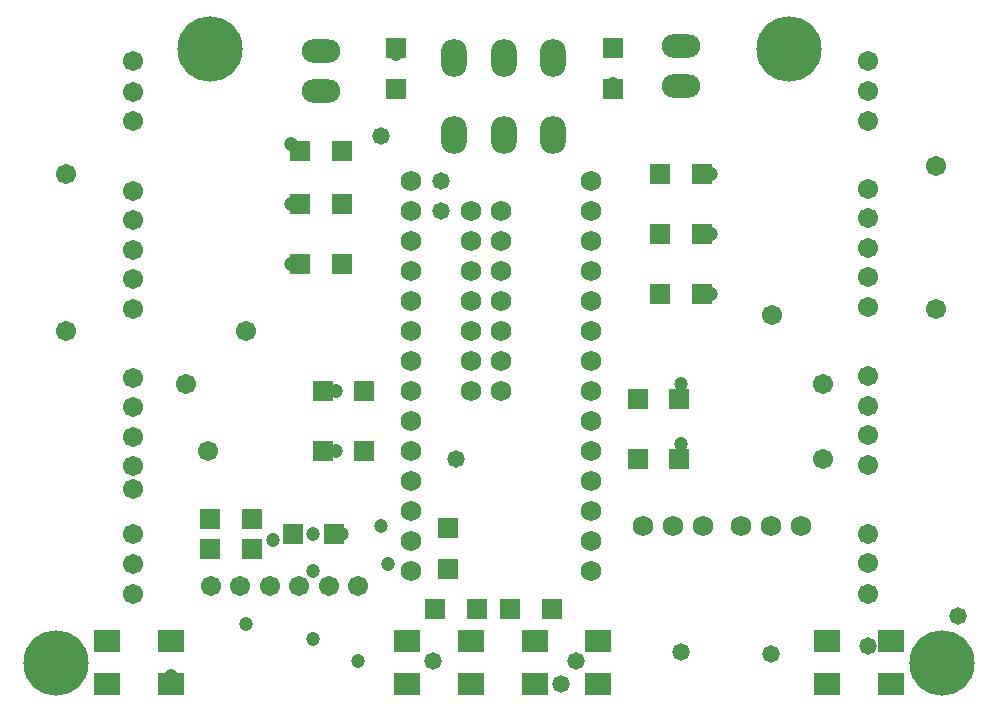
<source format=gts>
G04 Layer_Color=8388736*
%FSLAX25Y25*%
%MOIN*%
G70*
G01*
G75*
%ADD34R,0.06706X0.06706*%
%ADD35R,0.06706X0.06706*%
%ADD36R,0.08674X0.07493*%
%ADD37O,0.12800X0.07800*%
%ADD38C,0.06706*%
%ADD39C,0.21745*%
%ADD40C,0.06800*%
%ADD41O,0.08674X0.12611*%
%ADD42C,0.05800*%
%ADD43C,0.04737*%
D34*
X90610Y55000D02*
D03*
X104390D02*
D03*
X63110Y60000D02*
D03*
X76890D02*
D03*
X63110Y50000D02*
D03*
X76890D02*
D03*
X163110Y30000D02*
D03*
X176890D02*
D03*
X138110D02*
D03*
X151890D02*
D03*
X93110Y182500D02*
D03*
X106890D02*
D03*
X226890Y175000D02*
D03*
X213110D02*
D03*
X100610Y82500D02*
D03*
X114390D02*
D03*
X100610Y102500D02*
D03*
X114390D02*
D03*
X219390Y100000D02*
D03*
X205610D02*
D03*
X219390Y80000D02*
D03*
X205610D02*
D03*
X93110Y145000D02*
D03*
X106890D02*
D03*
X93110Y165000D02*
D03*
X106890D02*
D03*
X226890Y155000D02*
D03*
X213110D02*
D03*
X226890Y135000D02*
D03*
X213110D02*
D03*
D35*
X125000Y203110D02*
D03*
Y216890D02*
D03*
X197500D02*
D03*
Y203110D02*
D03*
X142500Y43110D02*
D03*
Y56890D02*
D03*
D36*
X50000Y5000D02*
D03*
Y19173D02*
D03*
X28740D02*
D03*
Y5000D02*
D03*
X150000D02*
D03*
Y19173D02*
D03*
X128740D02*
D03*
Y5000D02*
D03*
X192500D02*
D03*
Y19173D02*
D03*
X171240D02*
D03*
Y5000D02*
D03*
X290000D02*
D03*
Y19173D02*
D03*
X268740D02*
D03*
Y5000D02*
D03*
D37*
X100000Y202500D02*
D03*
Y215886D02*
D03*
X220000Y217500D02*
D03*
Y204114D02*
D03*
D38*
X282500Y45158D02*
D03*
Y55000D02*
D03*
Y35000D02*
D03*
X73130Y37500D02*
D03*
X82972D02*
D03*
X92815D02*
D03*
X112500D02*
D03*
X102657D02*
D03*
X63287D02*
D03*
X37500Y87343D02*
D03*
Y77500D02*
D03*
Y97185D02*
D03*
Y107028D02*
D03*
X282500Y97658D02*
D03*
Y107500D02*
D03*
Y87815D02*
D03*
Y77972D02*
D03*
X37500Y202343D02*
D03*
Y192500D02*
D03*
Y212500D02*
D03*
Y139842D02*
D03*
Y130000D02*
D03*
Y149685D02*
D03*
Y159528D02*
D03*
Y169370D02*
D03*
X282500Y202658D02*
D03*
Y212500D02*
D03*
Y192500D02*
D03*
Y160158D02*
D03*
Y170000D02*
D03*
Y150315D02*
D03*
Y140472D02*
D03*
Y130630D02*
D03*
X37500Y44842D02*
D03*
Y35000D02*
D03*
Y55000D02*
D03*
X62500Y82500D02*
D03*
X37500Y70000D02*
D03*
X267500Y105000D02*
D03*
X75000Y122500D02*
D03*
X250500Y128000D02*
D03*
X15000Y122500D02*
D03*
Y175000D02*
D03*
X305000Y130000D02*
D03*
Y177500D02*
D03*
X267500Y80000D02*
D03*
X55000Y105000D02*
D03*
D39*
X11811Y11811D02*
D03*
X307087D02*
D03*
X62992Y216535D02*
D03*
X255906D02*
D03*
D40*
X207500Y57500D02*
D03*
X217500D02*
D03*
X227500D02*
D03*
X240000D02*
D03*
X250000D02*
D03*
X260000D02*
D03*
X190000Y52500D02*
D03*
Y62500D02*
D03*
Y72500D02*
D03*
Y82500D02*
D03*
Y92500D02*
D03*
Y102500D02*
D03*
Y112500D02*
D03*
Y122500D02*
D03*
Y132500D02*
D03*
Y142500D02*
D03*
Y152500D02*
D03*
Y162500D02*
D03*
Y172500D02*
D03*
X130000D02*
D03*
Y162500D02*
D03*
Y152500D02*
D03*
Y142500D02*
D03*
Y132500D02*
D03*
Y122500D02*
D03*
Y112500D02*
D03*
Y102500D02*
D03*
Y92500D02*
D03*
Y82500D02*
D03*
Y72500D02*
D03*
X160000Y122500D02*
D03*
Y132500D02*
D03*
Y142500D02*
D03*
Y152500D02*
D03*
Y162500D02*
D03*
X150000D02*
D03*
Y152500D02*
D03*
Y142500D02*
D03*
Y132500D02*
D03*
Y122500D02*
D03*
X160000Y102500D02*
D03*
X150000D02*
D03*
Y112500D02*
D03*
X160000D02*
D03*
X130000Y62500D02*
D03*
Y52500D02*
D03*
Y42500D02*
D03*
X190000D02*
D03*
D41*
X144429Y213622D02*
D03*
X160965D02*
D03*
X177500D02*
D03*
X144429Y188031D02*
D03*
X160965D02*
D03*
X177500D02*
D03*
D42*
X282500Y17500D02*
D03*
X180000Y5000D02*
D03*
X250000Y15000D02*
D03*
X140000Y162500D02*
D03*
Y172500D02*
D03*
X120000Y187500D02*
D03*
X185000Y12500D02*
D03*
X220000Y15500D02*
D03*
X145000Y80000D02*
D03*
X312500Y27500D02*
D03*
X137500Y12500D02*
D03*
D43*
X50000Y7500D02*
D03*
X220000Y105000D02*
D03*
Y85000D02*
D03*
X97500Y20000D02*
D03*
Y55000D02*
D03*
Y42500D02*
D03*
X122500Y45000D02*
D03*
X120000Y57500D02*
D03*
X197500Y205000D02*
D03*
X125000Y215000D02*
D03*
X112500Y12500D02*
D03*
X75000Y25000D02*
D03*
X105000Y82500D02*
D03*
Y102500D02*
D03*
X90000Y145000D02*
D03*
Y165000D02*
D03*
Y185000D02*
D03*
X230000Y175000D02*
D03*
Y155000D02*
D03*
Y135000D02*
D03*
X107000Y55000D02*
D03*
X84000Y53000D02*
D03*
M02*

</source>
